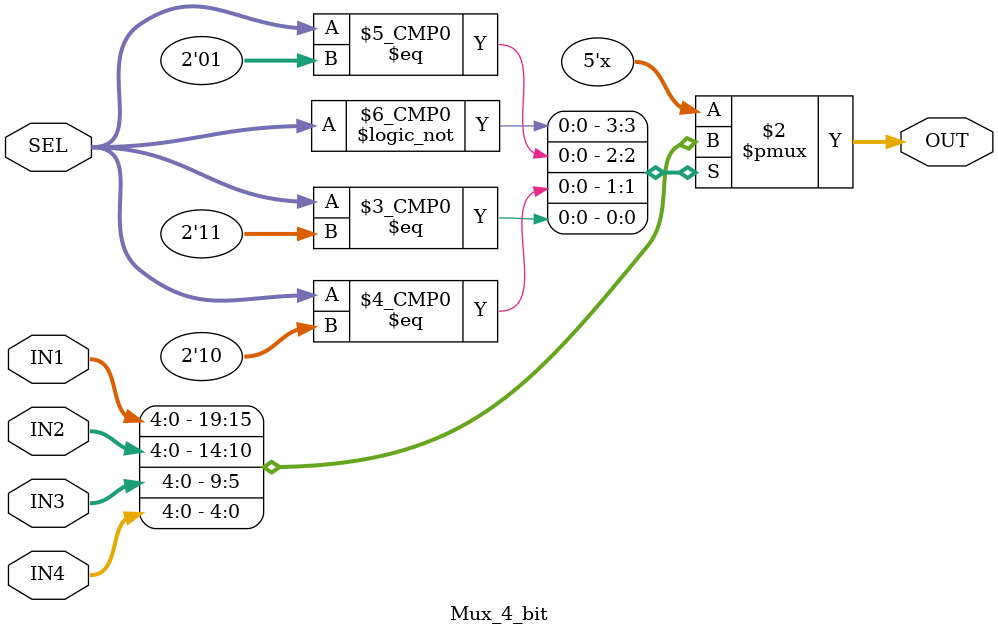
<source format=v>
`timescale 1ns / 1ps


module Mux_4_bit(
    input [4:0] IN1,
    input [4:0] IN2,
    input [4:0] IN3,
    input [4:0] IN4,
    input [1:0] SEL,
    output reg [4:0] OUT
    );
    
    always@(*) begin
        case(SEL)
            2'b00: OUT<= IN1;
            2'b01: OUT<= IN2;
            2'b10: OUT<= IN3;
            2'b11: OUT<= IN4;
            default: OUT <= 5'd0; 
        endcase
    end
    
endmodule

</source>
